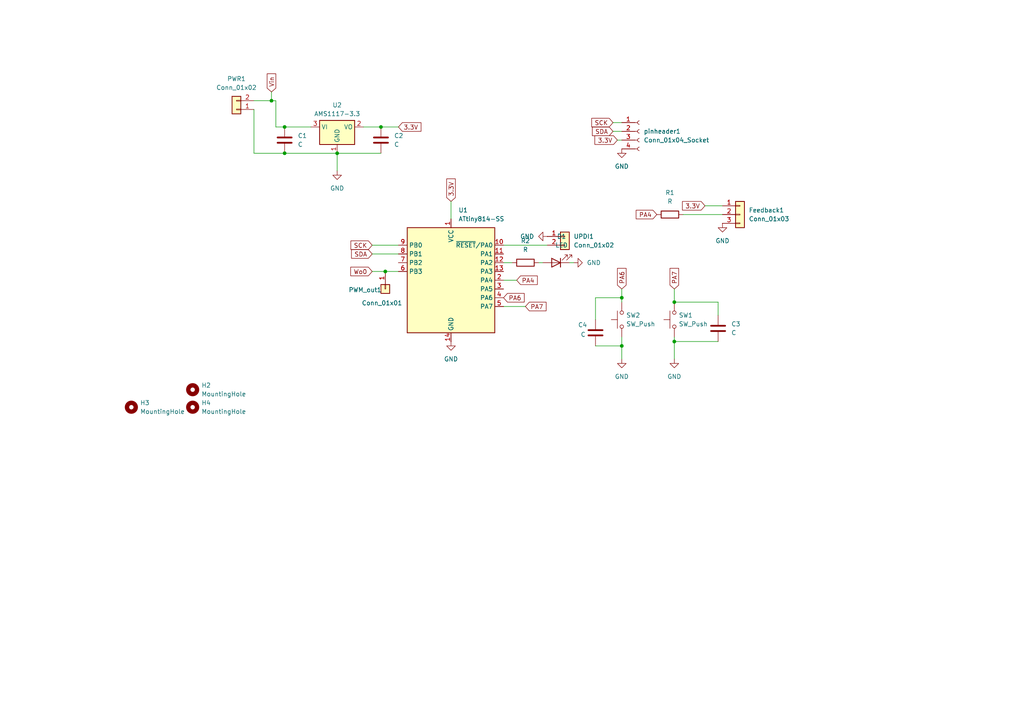
<source format=kicad_sch>
(kicad_sch (version 20250114) (generator "eeschema") (generator_version "9.0")
  (paper "A4")
  (lib_symbols
    (symbol "Connector:Conn_01x04_Socket" (pin_names (offset 1.016) (hide yes))
      (property "Reference" "J" (at 0 5.08 0))
      (property "Value" "Conn_01x04_Socket" (at 0 -7.62 0))
      (symbol "Conn_01x04_Socket_1_1"
        (polyline (pts (xy -1.27 2.54) (xy -0.508 2.54)) (stroke (width 0.1524)))
        (polyline (pts (xy -1.27 0) (xy -0.508 0)) (stroke (width 0.1524)))
        (polyline (pts (xy -1.27 -2.54) (xy -0.508 -2.54)) (stroke (width 0.1524)))
        (polyline (pts (xy -1.27 -5.08) (xy -0.508 -5.08)) (stroke (width 0.1524)))
        (arc (start 0 2.032) (mid -0.5058 2.54) (end 0 3.048) (stroke (width 0.1524)))
        (arc (start 0 -0.508) (mid -0.5058 0) (end 0 0.508) (stroke (width 0.1524)))
        (arc (start 0 -3.048) (mid -0.5058 -2.54) (end 0 -2.032) (stroke (width 0.1524)))
        (arc (start 0 -5.588) (mid -0.5058 -5.08) (end 0 -4.572) (stroke (width 0.1524)))
        (pin passive line (at -5.08 2.54 0) (length 3.81) (name "Pin_1") (number "1"))
        (pin passive line (at -5.08 0 0) (length 3.81) (name "Pin_2") (number "2"))
        (pin passive line (at -5.08 -2.54 0) (length 3.81) (name "Pin_3") (number "3"))
        (pin passive line (at -5.08 -5.08 0) (length 3.81) (name "Pin_4") (number "4"))
      )
    )
    (symbol "Connector_Generic:Conn_01x01" (pin_names (offset 1.016) (hide yes))
      (property "Reference" "J" (at 0 2.54 0))
      (property "Value" "Conn_01x01" (at 0 -2.54 0))
      (symbol "Conn_01x01_1_1"
        (rectangle (start -1.27 1.27) (end 1.27 -1.27) (stroke (width 0.254)) (fill (type background)))
        (rectangle (start -1.27 0.127) (end 0 -0.127) (stroke (width 0.1524)))
        (pin passive line (at -5.08 0 0) (length 3.81) (name "Pin_1") (number "1"))
      )
    )
    (symbol "Connector_Generic:Conn_01x02" (pin_names (offset 1.016) (hide yes))
      (property "Reference" "J" (at 0 2.54 0))
      (property "Value" "Conn_01x02" (at 0 -5.08 0))
      (symbol "Conn_01x02_1_1"
        (rectangle (start -1.27 1.27) (end 1.27 -3.81) (stroke (width 0.254)) (fill (type background)))
        (rectangle (start -1.27 0.127) (end 0 -0.127) (stroke (width 0.1524)))
        (rectangle (start -1.27 -2.413) (end 0 -2.667) (stroke (width 0.1524)))
        (pin passive line (at -5.08 0 0) (length 3.81) (name "Pin_1") (number "1"))
        (pin passive line (at -5.08 -2.54 0) (length 3.81) (name "Pin_2") (number "2"))
      )
    )
    (symbol "Connector_Generic:Conn_01x03" (pin_names (offset 1.016) (hide yes))
      (property "Reference" "J" (at 0 5.08 0))
      (property "Value" "Conn_01x03" (at 0 -5.08 0))
      (symbol "Conn_01x03_1_1"
        (rectangle (start -1.27 3.81) (end 1.27 -3.81) (stroke (width 0.254)) (fill (type background)))
        (rectangle (start -1.27 2.667) (end 0 2.413) (stroke (width 0.1524)))
        (rectangle (start -1.27 0.127) (end 0 -0.127) (stroke (width 0.1524)))
        (rectangle (start -1.27 -2.413) (end 0 -2.667) (stroke (width 0.1524)))
        (pin passive line (at -5.08 2.54 0) (length 3.81) (name "Pin_1") (number "1"))
        (pin passive line (at -5.08 0 0) (length 3.81) (name "Pin_2") (number "2"))
        (pin passive line (at -5.08 -2.54 0) (length 3.81) (name "Pin_3") (number "3"))
      )
    )
    (symbol "Device:C" (pin_numbers (hide yes)) (pin_names (offset 0.254))
      (property "Reference" "C" (at 0.635 2.54 0))
      (property "Value" "C" (at 0.635 -2.54 0))
      (symbol "C_0_1"
        (polyline (pts (xy -2.032 0.762) (xy 2.032 0.762)) (stroke (width 0.508)))
        (polyline (pts (xy -2.032 -0.762) (xy 2.032 -0.762)) (stroke (width 0.508)))
      )
      (symbol "C_1_1"
        (pin passive line (at 0 3.81 270) (length 2.794) (name "~") (number "1"))
        (pin passive line (at 0 -3.81 90) (length 2.794) (name "~") (number "2"))
      )
    )
    (symbol "Device:LED" (pin_numbers (hide yes)) (pin_names (offset 1.016) (hide yes))
      (property "Reference" "D" (at 0 2.54 0))
      (property "Value" "LED" (at 0 -2.54 0))
      (symbol "LED_0_1"
        (polyline (pts (xy -3.048 -0.762) (xy -4.572 -2.286) (xy -3.81 -2.286) (xy -4.572 -2.286) (xy -4.572 -1.524)))
        (polyline (pts (xy -1.778 -0.762) (xy -3.302 -2.286) (xy -2.54 -2.286) (xy -3.302 -2.286) (xy -3.302 -1.524)))
        (polyline (pts (xy -1.27 0) (xy 1.27 0)))
        (polyline (pts (xy -1.27 -1.27) (xy -1.27 1.27)) (stroke (width 0.254)))
        (polyline (pts (xy 1.27 -1.27) (xy 1.27 1.27) (xy -1.27 0) (xy 1.27 -1.27)) (stroke (width 0.254)))
      )
      (symbol "LED_1_1"
        (pin passive line (at -3.81 0 0) (length 2.54) (name "K") (number "1"))
        (pin passive line (at 3.81 0 180) (length 2.54) (name "A") (number "2"))
      )
    )
    (symbol "Device:R" (pin_numbers (hide yes)) (pin_names (offset 0))
      (property "Reference" "R" (at 2.032 0 90))
      (property "Value" "R" (at 0 0 90))
      (symbol "R_0_1"
        (rectangle (start -1.016 -2.54) (end 1.016 2.54) (stroke (width 0.254)))
      )
      (symbol "R_1_1"
        (pin passive line (at 0 3.81 270) (length 1.27) (name "~") (number "1"))
        (pin passive line (at 0 -3.81 90) (length 1.27) (name "~") (number "2"))
      )
    )
    (symbol "MCU_Microchip_ATtiny:ATtiny814-SS"
      (property "Reference" "U" (at -12.7 16.51 0))
      (property "Value" "ATtiny814-SS" (at 2.54 -16.51 0))
      (symbol "ATtiny814-SS_0_1"
        (rectangle (start -12.7 -15.24) (end 12.7 15.24) (stroke (width 0.254)) (fill (type background)))
      )
      (symbol "ATtiny814-SS_1_1"
        (pin bidirectional line (at -15.24 10.16 0) (length 2.54) (name "PB0") (number "9"))
        (pin bidirectional line (at -15.24 7.62 0) (length 2.54) (name "PB1") (number "8"))
        (pin bidirectional line (at -15.24 5.08 0) (length 2.54) (name "PB2") (number "7"))
        (pin bidirectional line (at -15.24 2.54 0) (length 2.54) (name "PB3") (number "6"))
        (pin power_in line (at 0 17.78 270) (length 2.54) (name "VCC") (number "1"))
        (pin power_in line (at 0 -17.78 90) (length 2.54) (name "GND") (number "14"))
        (pin bidirectional line (at 15.24 10.16 180) (length 2.54) (name "~{RESET}/PA0") (number "10"))
        (pin bidirectional line (at 15.24 7.62 180) (length 2.54) (name "PA1") (number "11"))
        (pin bidirectional line (at 15.24 5.08 180) (length 2.54) (name "PA2") (number "12"))
        (pin bidirectional line (at 15.24 2.54 180) (length 2.54) (name "PA3") (number "13"))
        (pin bidirectional line (at 15.24 0 180) (length 2.54) (name "PA4") (number "2"))
        (pin bidirectional line (at 15.24 -2.54 180) (length 2.54) (name "PA5") (number "3"))
        (pin bidirectional line (at 15.24 -5.08 180) (length 2.54) (name "PA6") (number "4"))
        (pin bidirectional line (at 15.24 -7.62 180) (length 2.54) (name "PA7") (number "5"))
      )
    )
    (symbol "Mechanical:MountingHole" (pin_names (offset 1.016)) (in_bom no)
      (property "Reference" "H" (at 0 5.08 0))
      (property "Value" "MountingHole" (at 0 3.175 0))
      (symbol "MountingHole_0_1"
        (circle (center 0 0) (radius 1.27) (stroke (width 1.27)))
      )
    )
    (symbol "Regulator_Linear:AMS1117-3.3"
      (property "Reference" "U" (at -3.81 3.175 0))
      (property "Value" "AMS1117-3.3" (at 0 3.175 0))
      (symbol "AMS1117-3.3_0_1"
        (rectangle (start -5.08 -5.08) (end 5.08 1.905) (stroke (width 0.254)) (fill (type background)))
      )
      (symbol "AMS1117-3.3_1_1"
        (pin power_in line (at -7.62 0 0) (length 2.54) (name "VI") (number "3"))
        (pin power_in line (at 0 -7.62 90) (length 2.54) (name "GND") (number "1"))
        (pin power_out line (at 7.62 0 180) (length 2.54) (name "VO") (number "2"))
      )
    )
    (symbol "Switch:SW_Push" (pin_numbers (hide yes)) (pin_names (offset 1.016) (hide yes))
      (property "Reference" "SW" (at 1.27 2.54 0))
      (property "Value" "SW_Push" (at 0 -1.524 0))
      (symbol "SW_Push_0_1"
        (circle (center -2.032 0) (radius 0.508))
        (polyline (pts (xy 0 1.27) (xy 0 3.048)))
        (circle (center 2.032 0) (radius 0.508))
        (polyline (pts (xy 2.54 1.27) (xy -2.54 1.27)))
        (pin passive line (at -5.08 0 0) (length 2.54) (name "1") (number "1"))
        (pin passive line (at 5.08 0 180) (length 2.54) (name "2") (number "2"))
      )
    )
    (symbol "power:GND" (power) (pin_numbers (hide yes)) (pin_names (offset 0) (hide yes))
      (property "Value" "GND" (at 0 -3.81 0))
      (symbol "GND_0_1"
        (polyline (pts (xy 0 0) (xy 0 -1.27) (xy 1.27 -1.27) (xy 0 -2.54) (xy -1.27 -1.27) (xy 0 -1.27)))
      )
      (symbol "GND_1_1"
        (pin power_in line (at 0 0 270) (length 0) (name "~") (number "1"))
      )
    )
  )
  (junction (at 195.58 99.06))
  (junction (at 180.34 86.36))
  (junction (at 180.34 100.33))
  (junction (at 82.55 36.83))
  (junction (at 97.79 44.45))
  (junction (at 82.55 44.45))
  (junction (at 78.74 29.21))
  (junction (at 195.58 87.63))
  (junction (at 110.49 36.83))
  (junction (at 111.76 78.74))
  (wire (pts (xy 146.05 71.12) (xy 158.75 71.12)))
  (wire (pts (xy 80.01 36.83) (xy 82.55 36.83)))
  (wire (pts (xy 156.21 76.2) (xy 157.48 76.2)))
  (wire (pts (xy 152.4 88.9) (xy 146.05 88.9)))
  (wire (pts (xy 208.28 87.63) (xy 195.58 87.63)))
  (wire (pts (xy 166.37 76.2) (xy 165.1 76.2)))
  (wire (pts (xy 172.72 92.71) (xy 172.72 86.36)))
  (wire (pts (xy 111.76 78.74) (xy 115.57 78.74)))
  (wire (pts (xy 97.79 44.45) (xy 82.55 44.45)))
  (wire (pts (xy 97.79 44.45) (xy 97.79 49.53)))
  (wire (pts (xy 110.49 36.83) (xy 115.57 36.83)))
  (wire (pts (xy 80.01 29.21) (xy 80.01 36.83)))
  (wire (pts (xy 195.58 99.06) (xy 195.58 104.14)))
  (wire (pts (xy 82.55 36.83) (xy 90.17 36.83)))
  (wire (pts (xy 107.95 73.66) (xy 115.57 73.66)))
  (wire (pts (xy 195.58 83.82) (xy 195.58 87.63)))
  (wire (pts (xy 195.58 99.06) (xy 208.28 99.06)))
  (wire (pts (xy 198.12 62.23) (xy 209.55 62.23)))
  (wire (pts (xy 107.95 71.12) (xy 115.57 71.12)))
  (wire (pts (xy 130.81 58.42) (xy 130.81 63.5)))
  (wire (pts (xy 105.41 36.83) (xy 110.49 36.83)))
  (wire (pts (xy 180.34 100.33) (xy 180.34 104.14)))
  (wire (pts (xy 172.72 86.36) (xy 180.34 86.36)))
  (wire (pts (xy 73.66 44.45) (xy 73.66 31.75)))
  (wire (pts (xy 180.34 83.82) (xy 180.34 86.36)))
  (wire (pts (xy 97.79 44.45) (xy 110.49 44.45)))
  (wire (pts (xy 78.74 26.67) (xy 78.74 29.21)))
  (wire (pts (xy 73.66 29.21) (xy 78.74 29.21)))
  (wire (pts (xy 78.74 29.21) (xy 80.01 29.21)))
  (wire (pts (xy 180.34 97.79) (xy 180.34 100.33)))
  (wire (pts (xy 180.34 86.36) (xy 180.34 87.63)))
  (wire (pts (xy 177.8 35.56) (xy 180.34 35.56)))
  (wire (pts (xy 195.58 99.06) (xy 195.58 97.79)))
  (wire (pts (xy 82.55 44.45) (xy 73.66 44.45)))
  (wire (pts (xy 179.07 40.64) (xy 180.34 40.64)))
  (wire (pts (xy 177.8 38.1) (xy 180.34 38.1)))
  (wire (pts (xy 149.86 81.28) (xy 146.05 81.28)))
  (wire (pts (xy 107.95 78.74) (xy 111.76 78.74)))
  (wire (pts (xy 172.72 100.33) (xy 180.34 100.33)))
  (wire (pts (xy 204.47 59.69) (xy 209.55 59.69)))
  (wire (pts (xy 146.05 76.2) (xy 148.59 76.2)))
  (wire (pts (xy 208.28 91.44) (xy 208.28 87.63)))
  (global_label "SCK" (shape input) (at 107.95 71.12 180) (property "Intersheetrefs" "${INTERSHEET_REFS}" (effects (hide yes))))
  (global_label "PA4" (shape input) (at 149.86 81.28 0) (property "Intersheetrefs" "${INTERSHEET_REFS}" (effects (hide yes))))
  (global_label "Wo0" (shape input) (at 107.95 78.74 180) (property "Intersheetrefs" "${INTERSHEET_REFS}" (effects (hide yes))))
  (global_label "PA6" (shape input) (at 146.05 86.36 0) (property "Intersheetrefs" "${INTERSHEET_REFS}" (effects (hide yes))))
  (global_label "3.3V" (shape input) (at 204.47 59.69 180) (property "Intersheetrefs" "${INTERSHEET_REFS}" (effects (hide yes))))
  (global_label "3.3V" (shape input) (at 179.07 40.64 180) (property "Intersheetrefs" "${INTERSHEET_REFS}" (effects (hide yes))))
  (global_label "3.3V" (shape input) (at 130.81 58.42 90) (property "Intersheetrefs" "${INTERSHEET_REFS}" (effects (hide yes))))
  (global_label "PA7" (shape input) (at 152.4 88.9 0) (property "Intersheetrefs" "${INTERSHEET_REFS}" (effects (hide yes))))
  (global_label "SCK" (shape input) (at 177.8 35.56 180) (property "Intersheetrefs" "${INTERSHEET_REFS}" (effects (hide yes))))
  (global_label "SDA" (shape input) (at 177.8 38.1 180) (property "Intersheetrefs" "${INTERSHEET_REFS}" (effects (hide yes))))
  (global_label "Vin" (shape input) (at 78.74 26.67 90) (property "Intersheetrefs" "${INTERSHEET_REFS}" (effects (hide yes))))
  (global_label "PA6" (shape input) (at 180.34 83.82 90) (property "Intersheetrefs" "${INTERSHEET_REFS}" (effects (hide yes))))
  (global_label "PA4" (shape input) (at 190.5 62.23 180) (property "Intersheetrefs" "${INTERSHEET_REFS}" (effects (hide yes))))
  (global_label "PA7" (shape input) (at 195.58 83.82 90) (property "Intersheetrefs" "${INTERSHEET_REFS}" (effects (hide yes))))
  (global_label "SDA" (shape input) (at 107.95 73.66 180) (property "Intersheetrefs" "${INTERSHEET_REFS}" (effects (hide yes))))
  (global_label "3.3V" (shape input) (at 115.57 36.83 0) (property "Intersheetrefs" "${INTERSHEET_REFS}" (effects (hide yes))))
  (symbol (lib_id "Device:C") (at 110.49 40.64 0) (unit 1)
    (property "Reference" "C2" (at 114.3 39.3699 0) (effects (justify left)))
    (property "Value" "C" (at 114.3 41.9099 0) (effects (justify left)))
    (property "Footprint" "Capacitor_SMD:C_0603_1608Metric_Pad1.08x0.95mm_HandSolder" (effects (hide yes)))
    (property "Description" "Unpolarized capacitor" (effects (hide yes)))
  )
  (symbol (lib_id "power:GND") (at 166.37 76.2 90) (unit 1)
    (property "Reference" "#PWR08" (effects (hide yes)))
    (property "Value" "GND" (at 170.18 76.1999 90) (effects (justify right)))
    (property "Description" "Power symbol creates a global label with name \"GND\" , ground" (effects (hide yes)))
  )
  (symbol (lib_id "Device:R") (at 152.4 76.2 90) (unit 1)
    (property "Reference" "R2" (at 152.4 69.85 90))
    (property "Value" "R" (at 152.4 72.39 90))
    (property "Footprint" "Resistor_SMD:R_1206_3216Metric_Pad1.30x1.75mm_HandSolder" (effects (hide yes)))
    (property "Description" "Resistor" (effects (hide yes)))
  )
  (symbol (lib_id "Connector_Generic:Conn_01x01") (at 111.76 83.82 270) (unit 1)
    (property "Reference" "PWM_out1" (at 101.092 84.074 90) (effects (justify left)))
    (property "Value" "Conn_01x01" (at 104.902 87.884 90) (effects (justify left)))
    (property "Footprint" "Connector_PinSocket_2.54mm:PinSocket_1x01_P2.54mm_Vertical" (effects (hide yes)))
    (property "Description" "Generic connector, single row, 01x01, script generated (kicad-library-utils/schlib/autogen/connector/)" (effects (hide yes)))
  )
  (symbol (lib_id "Device:C") (at 208.28 95.25 0) (unit 1)
    (property "Reference" "C3" (at 212.09 93.9799 0) (effects (justify left)))
    (property "Value" "C" (at 212.09 96.5199 0) (effects (justify left)))
    (property "Footprint" "Capacitor_SMD:C_0603_1608Metric_Pad1.08x0.95mm_HandSolder" (effects (hide yes)))
    (property "Description" "Unpolarized capacitor" (effects (hide yes)))
  )
  (symbol (lib_id "Device:C") (at 82.55 40.64 0) (unit 1)
    (property "Reference" "C1" (at 86.36 39.3699 0) (effects (justify left)))
    (property "Value" "C" (at 86.36 41.9099 0) (effects (justify left)))
    (property "Footprint" "Capacitor_THT:CP_Radial_D10.0mm_P5.00mm" (effects (hide yes)))
    (property "Description" "Unpolarized capacitor" (effects (hide yes)))
  )
  (symbol (lib_id "Connector_Generic:Conn_01x02") (at 68.58 31.75 180) (unit 1)
    (property "Reference" "PWR1" (at 68.58 22.86 0))
    (property "Value" "Conn_01x02" (at 68.58 25.4 0))
    (property "Footprint" "Connector_PinSocket_2.54mm:PinSocket_1x02_P2.54mm_Vertical" (effects (hide yes)))
    (property "Description" "Generic connector, single row, 01x02, script generated (kicad-library-utils/schlib/autogen/connector/)" (effects (hide yes)))
  )
  (symbol (lib_id "Regulator_Linear:AMS1117-3.3") (at 97.79 36.83 0) (unit 1)
    (property "Reference" "U2" (at 97.79 30.48 0))
    (property "Value" "AMS1117-3.3" (at 97.79 33.02 0))
    (property "Footprint" "Package_TO_SOT_SMD:SOT-223-3_TabPin2" (effects (hide yes)))
    (property "Datasheet" "http://www.advanced-monolithic.com/pdf/ds1117.pdf" (effects (hide yes)))
    (property "Description" "1A Low Dropout regulator, positive, 3.3V fixed output, SOT-223" (effects (hide yes)))
  )
  (symbol (lib_id "MCU_Microchip_ATtiny:ATtiny814-SS") (at 130.81 81.28 0) (unit 1)
    (property "Reference" "U1" (at 132.9533 60.96 0) (effects (justify left)))
    (property "Value" "ATtiny814-SS" (at 132.9533 63.5 0) (effects (justify left)))
    (property "Footprint" "Package_SO:SOIC-14_3.9x8.7mm_P1.27mm" (effects (hide yes)))
    (property "Datasheet" "http://ww1.microchip.com/downloads/en/DeviceDoc/40001912A.pdf" (effects (hide yes)))
    (property "Description" "20MHz, 8kB Flash, 512B SRAM, 128B EEPROM, SOIC-14" (effects (hide yes)))
  )
  (symbol (lib_id "Device:LED") (at 161.29 76.2 180) (unit 1)
    (property "Reference" "D1" (at 162.8775 68.58 0))
    (property "Value" "LED" (at 162.8775 71.12 0))
    (property "Footprint" "Capacitor_SMD:C_0603_1608Metric_Pad1.08x0.95mm_HandSolder" (effects (hide yes)))
    (property "Description" "Light emitting diode" (effects (hide yes)))
    (property "Sim.Pins" "1=K 2=A" (effects (hide yes)))
  )
  (symbol (lib_id "power:GND") (at 195.58 104.14 0) (unit 1)
    (property "Reference" "#PWR04" (effects (hide yes)))
    (property "Value" "GND" (at 195.58 109.22 0))
    (property "Description" "Power symbol creates a global label with name \"GND\" , ground" (effects (hide yes)))
  )
  (symbol (lib_id "power:GND") (at 180.34 43.18 0) (unit 1)
    (property "Reference" "#PWR05" (effects (hide yes)))
    (property "Value" "GND" (at 180.34 48.26 0))
    (property "Description" "Power symbol creates a global label with name \"GND\" , ground" (effects (hide yes)))
  )
  (symbol (lib_id "Connector:Conn_01x04_Socket") (at 185.42 38.1 0) (unit 1)
    (property "Reference" "pinheader1" (at 186.69 38.0999 0) (effects (justify left)))
    (property "Value" "Conn_01x04_Socket" (at 186.69 40.6399 0) (effects (justify left)))
    (property "Footprint" "Connector_PinSocket_2.54mm:PinSocket_1x04_P2.54mm_Vertical" (effects (hide yes)))
    (property "Description" "Generic connector, single row, 01x04, script generated" (effects (hide yes)))
  )
  (symbol (lib_id "power:GND") (at 180.34 104.14 0) (unit 1)
    (property "Reference" "#PWR07" (effects (hide yes)))
    (property "Value" "GND" (at 180.34 109.22 0))
    (property "Description" "Power symbol creates a global label with name \"GND\" , ground" (effects (hide yes)))
  )
  (symbol (lib_id "Connector_Generic:Conn_01x03") (at 214.63 62.23 0) (unit 1)
    (property "Reference" "Feedback1" (at 217.17 60.9599 0) (effects (justify left)))
    (property "Value" "Conn_01x03" (at 217.17 63.4999 0) (effects (justify left)))
    (property "Footprint" "Connector_PinSocket_2.54mm:PinSocket_1x03_P2.54mm_Vertical" (effects (hide yes)))
    (property "Description" "Generic connector, single row, 01x03, script generated (kicad-library-utils/schlib/autogen/connector/)" (effects (hide yes)))
  )
  (symbol (lib_id "Switch:SW_Push") (at 195.58 92.71 90) (unit 1)
    (property "Reference" "SW1" (at 196.85 91.4399 90) (effects (justify right)))
    (property "Value" "SW_Push" (at 196.85 93.9799 90) (effects (justify right)))
    (property "Footprint" "Button_Switch_THT:SW_PUSH_1P1T_6x3.5mm_H5.0_APEM_MJTP1250" (effects (hide yes)))
    (property "Description" "Push button switch, generic, two pins" (effects (hide yes)))
  )
  (symbol (lib_id "Mechanical:MountingHole") (at 55.88 118.11 0) (unit 1) (in_bom no)
    (property "Reference" "H4" (at 58.42 116.8399 0) (effects (justify left)))
    (property "Value" "MountingHole" (at 58.42 119.3799 0) (effects (justify left)))
    (property "Footprint" "MountingHole:MountingHole_3.2mm_M3" (effects (hide yes)))
    (property "Description" "Mounting Hole without connection" (effects (hide yes)))
  )
  (symbol (lib_id "power:GND") (at 158.75 68.58 270) (unit 1)
    (property "Reference" "#PWR03" (effects (hide yes)))
    (property "Value" "GND" (at 154.94 68.5799 90) (effects (justify right)))
    (property "Description" "Power symbol creates a global label with name \"GND\" , ground" (effects (hide yes)))
  )
  (symbol (lib_id "Connector_Generic:Conn_01x02") (at 163.83 68.58 0) (unit 1)
    (property "Reference" "UPDI1" (at 166.37 68.5799 0) (effects (justify left)))
    (property "Value" "Conn_01x02" (at 166.37 71.1199 0) (effects (justify left)))
    (property "Footprint" "Connector_PinSocket_2.54mm:PinSocket_1x02_P2.54mm_Vertical" (effects (hide yes)))
    (property "Description" "Generic connector, single row, 01x02, script generated (kicad-library-utils/schlib/autogen/connector/)" (effects (hide yes)))
  )
  (symbol (lib_id "Mechanical:MountingHole") (at 55.88 113.03 0) (unit 1) (in_bom no)
    (property "Reference" "H2" (at 58.42 111.7599 0) (effects (justify left)))
    (property "Value" "MountingHole" (at 58.42 114.2999 0) (effects (justify left)))
    (property "Footprint" "MountingHole:MountingHole_3.2mm_M3" (effects (hide yes)))
    (property "Description" "Mounting Hole without connection" (effects (hide yes)))
  )
  (symbol (lib_id "power:GND") (at 130.81 99.06 0) (unit 1)
    (property "Reference" "#PWR02" (effects (hide yes)))
    (property "Value" "GND" (at 130.81 104.14 0))
    (property "Description" "Power symbol creates a global label with name \"GND\" , ground" (effects (hide yes)))
  )
  (symbol (lib_id "power:GND") (at 97.79 49.53 0) (unit 1)
    (property "Reference" "#PWR01" (effects (hide yes)))
    (property "Value" "GND" (at 97.79 54.61 0))
    (property "Description" "Power symbol creates a global label with name \"GND\" , ground" (effects (hide yes)))
  )
  (symbol (lib_id "Switch:SW_Push") (at 180.34 92.71 90) (unit 1)
    (property "Reference" "SW2" (at 181.61 91.4399 90) (effects (justify right)))
    (property "Value" "SW_Push" (at 181.61 93.9799 90) (effects (justify right)))
    (property "Footprint" "Button_Switch_THT:SW_PUSH_1P1T_6x3.5mm_H5.0_APEM_MJTP1250" (effects (hide yes)))
    (property "Description" "Push button switch, generic, two pins" (effects (hide yes)))
  )
  (symbol (lib_id "Device:R") (at 194.31 62.23 90) (unit 1)
    (property "Reference" "R1" (at 194.31 55.88 90))
    (property "Value" "R" (at 194.31 58.42 90))
    (property "Footprint" "Resistor_SMD:R_1206_3216Metric_Pad1.30x1.75mm_HandSolder" (effects (hide yes)))
    (property "Description" "Resistor" (effects (hide yes)))
  )
  (symbol (lib_id "power:GND") (at 209.55 64.77 0) (unit 1)
    (property "Reference" "#PWR06" (effects (hide yes)))
    (property "Value" "GND" (at 209.55 69.85 0))
    (property "Description" "Power symbol creates a global label with name \"GND\" , ground" (effects (hide yes)))
  )
  (symbol (lib_id "Mechanical:MountingHole") (at 38.1 118.11 0) (unit 1) (in_bom no)
    (property "Reference" "H3" (at 40.64 116.8399 0) (effects (justify left)))
    (property "Value" "MountingHole" (at 40.64 119.3799 0) (effects (justify left)))
    (property "Footprint" "MountingHole:MountingHole_3.2mm_M3" (effects (hide yes)))
    (property "Description" "Mounting Hole without connection" (effects (hide yes)))
  )
  (symbol (lib_id "Device:C") (at 172.72 96.52 0) (unit 1)
    (property "Reference" "C4" (at 167.64 94.234 0) (effects (justify left)))
    (property "Value" "C" (at 168.402 97.028 0) (effects (justify left)))
    (property "Footprint" "Capacitor_SMD:C_0603_1608Metric_Pad1.08x0.95mm_HandSolder" (effects (hide yes)))
    (property "Description" "Unpolarized capacitor" (effects (hide yes)))
  )
)
</source>
